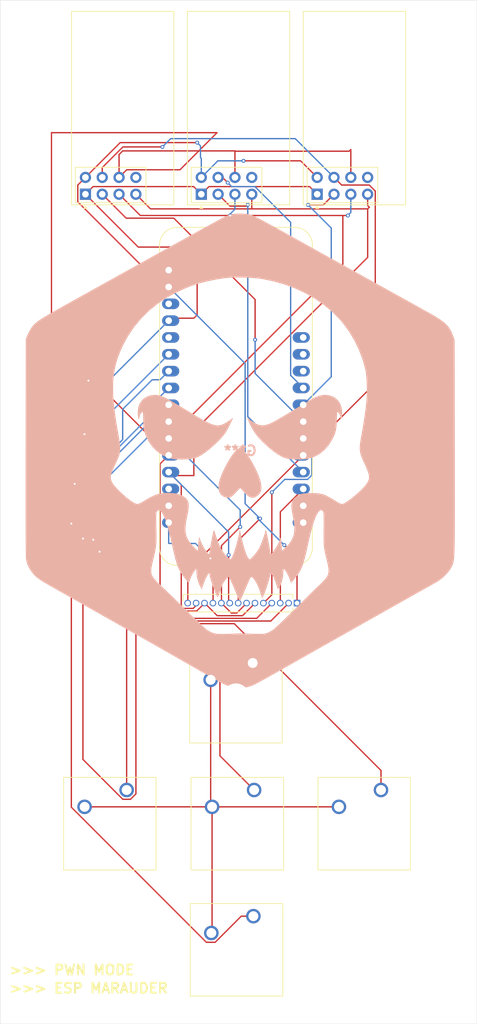
<source format=kicad_pcb>
(kicad_pcb (version 20241229) (generator "pcbnew") (generator_version "9.0")
  (layers (0 "F.Cu" signal) (2 "B.Cu" signal) (13 "F.Paste" user) (15 "B.Paste" user) (5 "F.SilkS" user "F.Silkscreen") (7 "B.SilkS" user "B.Silkscreen") (1 "F.Mask" user) (3 "B.Mask" user) (25 "Edge.Cuts" user))
  (net 0 "")
  (net 1 "Net-(A1-A7{slash}IO32)")
  (net 2 "Net-(A1-DAC1{slash}A1)")
  (net 4 "Net-(A1-IO21)")
  (net 5 "Net-(A1-A8{slash}IO15)")
  (net 6 "Net-(A1-MOSI{slash}IO18)")
  (net 8 "Net-(A1-A10{slash}IO27)")
  (net 9 "Net-(A1-A6{slash}IO14)")
  (net 12 "Net-(A1-~{RESET})")
  (net 13 "Net-(A1-A11{slash}IO12)")
  (net 14 "Net-(A1-IO4{slash}A5)")
  (net 15 "Net-(A1-I39{slash}A3)")
  (net 16 "Net-(A1-IO36{slash}A4)")
  (net 17 "Net-(A1-MISO{slash}IO19)")
  (net 19 "Net-(A1-A12{slash}IO13)")
  (net 21 "Net-(A1-SCK{slash}IO5)")
  (net 24 "Net-(A1-GND)")
  (net 25 "Net-(A1-3V3)")
  (net 26 "Net-(A1-I34{slash}A2)")
  (net 29 "Net-(SW1-Pad2)")
  (footprint "Button_Switch_Keyboard:SW_Cherry_MX_1.00u_PCB" (layer "F.Cu") (at 101.64 119.04)
    (property "Reference" "SW4" (hide yes))
    (property "Value" "SW_Push")
    (pad "" np_thru_hole circle (at -7.62 5.08) (size 1.7 1.7) (drill 1.7) (layers "*.Cu" "*.Mask"))
    (pad "" np_thru_hole circle (at -2.54 5.08) (size 4 4) (drill 4) (layers "*.Cu" "*.Mask"))
    (pad "" np_thru_hole circle (at 2.54 5.08) (size 1.7 1.7) (drill 1.7) (layers "*.Cu" "*.Mask"))
    (pad "1" thru_hole circle (at 0 0) (size 2.2 2.2) (drill 1.5) (layers "*.Cu" "*.Mask") (net 16 "Net-(A1-IO36{slash}A4)"))
    (pad "2" thru_hole circle (at -6.35 2.54) (size 2.2 2.2) (drill 1.5) (layers "*.Cu" "*.Mask") (net 29 "Net-(SW1-Pad2)"))
  )
  (footprint "RF_Module:nRF24L01_Breakout" (layer "F.Cu") (at 111.375 48.2895 90)
    (property "Reference" "U3" (hide yes))
    (property "Value" "NRF24L01_Breakout")
    (pad "1" thru_hole rect (at 0 0 90) (size 1.7 1.7) (drill 1) (layers "*.Cu" "*.Mask") (net 24 "Net-(A1-GND)"))
    (pad "2" thru_hole circle (at 2.54 0 90) (size 1.7 1.7) (drill 1) (layers "*.Cu" "*.Mask") (net 25 "Net-(A1-3V3)"))
    (pad "3" thru_hole circle (at 0 2.54 90) (size 1.7 1.7) (drill 1) (layers "*.Cu" "*.Mask") (net 13 "Net-(A1-A11{slash}IO12)"))
    (pad "4" thru_hole circle (at 2.54 2.54 90) (size 1.7 1.7) (drill 1) (layers "*.Cu" "*.Mask") (net 5 "Net-(A1-A8{slash}IO15)"))
    (pad "5" thru_hole circle (at 0 5.08 90) (size 1.7 1.7) (drill 1) (layers "*.Cu" "*.Mask") (net 21 "Net-(A1-SCK{slash}IO5)"))
    (pad "6" thru_hole circle (at 2.54 5.08 90) (size 1.7 1.7) (drill 1) (layers "*.Cu" "*.Mask") (net 6 "Net-(A1-MOSI{slash}IO18)"))
    (pad "7" thru_hole circle (at 0 7.62 90) (size 1.7 1.7) (drill 1) (layers "*.Cu" "*.Mask") (net 17 "Net-(A1-MISO{slash}IO19)"))
    (pad "8" thru_hole circle (at 2.54 7.62 90) (size 1.7 1.7) (drill 1) (layers "*.Cu" "*.Mask"))
  )
  (footprint "Module:Adafruit_Feather" (layer "F.Cu") (at 88.9475 59.75)
    (property "Reference" "A1" (hide yes))
    (property "Value" "Adafruit_Feather_HUZZAH32_ESP32")
    (pad "1" thru_hole roundrect (at 0 0) (size 2.6 1.6) (drill 1 (offset 0.3 0)) (layers "*.Cu" "*.Mask") (roundrect_rratio 0.15625) (net 12 "Net-(A1-~{RESET})"))
    (pad "2" thru_hole oval (at 0 2.54) (size 2.6 1.6) (drill 1 (offset 0.3 0)) (layers "*.Cu" "*.Mask") (net 25 "Net-(A1-3V3)"))
    (pad "3" thru_hole oval (at 0 5.08) (size 2.6 1.6) (drill 1 (offset 0.3 0)) (layers "*.Cu" "*.Mask"))
    (pad "4" thru_hole oval (at 0 7.62) (size 2.6 1.6) (drill 1 (offset 0.3 0)) (layers "*.Cu" "*.Mask") (net 24 "Net-(A1-GND)"))
    (pad "5" thru_hole oval (at 0 10.16) (size 2.6 1.6) (drill 1 (offset 0.3 0)) (layers "*.Cu" "*.Mask"))
    (pad "6" thru_hole oval (at 0 12.7) (size 2.6 1.6) (drill 1 (offset 0.3 0)) (layers "*.Cu" "*.Mask") (net 2 "Net-(A1-DAC1{slash}A1)"))
    (pad "7" thru_hole oval (at 0 15.24) (size 2.6 1.6) (drill 1 (offset 0.3 0)) (layers "*.Cu" "*.Mask") (net 26 "Net-(A1-I34{slash}A2)"))
    (pad "8" thru_hole oval (at 0 17.78) (size 2.6 1.6) (drill 1 (offset 0.3 0)) (layers "*.Cu" "*.Mask") (net 15 "Net-(A1-I39{slash}A3)"))
    (pad "9" thru_hole oval (at 0 20.32) (size 2.6 1.6) (drill 1 (offset 0.3 0)) (layers "*.Cu" "*.Mask") (net 16 "Net-(A1-IO36{slash}A4)"))
    (pad "10" thru_hole oval (at 0 22.86) (size 2.6 1.6) (drill 1 (offset 0.3 0)) (layers "*.Cu" "*.Mask") (net 14 "Net-(A1-IO4{slash}A5)"))
    (pad "11" thru_hole oval (at 0 25.4) (size 2.6 1.6) (drill 1 (offset 0.3 0)) (layers "*.Cu" "*.Mask") (net 21 "Net-(A1-SCK{slash}IO5)"))
    (pad "12" thru_hole oval (at 0 27.94) (size 2.6 1.6) (drill 1 (offset 0.3 0)) (layers "*.Cu" "*.Mask") (net 6 "Net-(A1-MOSI{slash}IO18)"))
    (pad "13" thru_hole oval (at 0 30.48) (size 2.6 1.6) (drill 1 (offset 0.3 0)) (layers "*.Cu" "*.Mask") (net 17 "Net-(A1-MISO{slash}IO19)"))
    (pad "14" thru_hole oval (at 0 33.02) (size 2.6 1.6) (drill 1 (offset 0.3 0)) (layers "*.Cu" "*.Mask"))
    (pad "15" thru_hole oval (at 0 35.56) (size 2.6 1.6) (drill 1 (offset 0.3 0)) (layers "*.Cu" "*.Mask"))
    (pad "16" thru_hole oval (at 0 38.1) (size 2.6 1.6) (drill 1 (offset 0.3 0)) (layers "*.Cu" "*.Mask") (net 4 "Net-(A1-IO21)"))
    (pad "17" thru_hole oval (at 20.32 38.1 180) (size 2.6 1.6) (drill 1 (offset 0.3 0)) (layers "*.Cu" "*.Mask"))
    (pad "18" thru_hole oval (at 20.32 35.56 180) (size 2.6 1.6) (drill 1 (offset 0.3 0)) (layers "*.Cu" "*.Mask"))
    (pad "19" thru_hole oval (at 20.32 33.02 180) (size 2.6 1.6) (drill 1 (offset 0.3 0)) (layers "*.Cu" "*.Mask") (net 9 "Net-(A1-A6{slash}IO14)"))
    (pad "20" thru_hole oval (at 20.32 30.48 180) (size 2.6 1.6) (drill 1 (offset 0.3 0)) (layers "*.Cu" "*.Mask") (net 1 "Net-(A1-A7{slash}IO32)"))
    (pad "21" thru_hole oval (at 20.32 27.94 180) (size 2.6 1.6) (drill 1 (offset 0.3 0)) (layers "*.Cu" "*.Mask") (net 5 "Net-(A1-A8{slash}IO15)"))
    (pad "22" thru_hole oval (at 20.32 25.4 180) (size 2.6 1.6) (drill 1 (offset 0.3 0)) (layers "*.Cu" "*.Mask"))
    (pad "23" thru_hole oval (at 20.32 22.86 180) (size 2.6 1.6) (drill 1 (offset 0.3 0)) (layers "*.Cu" "*.Mask") (net 8 "Net-(A1-A10{slash}IO27)"))
    (pad "24" thru_hole oval (at 20.32 20.32 180) (size 2.6 1.6) (drill 1 (offset 0.3 0)) (layers "*.Cu" "*.Mask") (net 13 "Net-(A1-A11{slash}IO12)"))
    (pad "25" thru_hole oval (at 20.32 17.78 180) (size 2.6 1.6) (drill 1 (offset 0.3 0)) (layers "*.Cu" "*.Mask") (net 19 "Net-(A1-A12{slash}IO13)"))
    (pad "26" thru_hole oval (at 20.32 15.24 180) (size 2.6 1.6) (drill 1 (offset 0.3 0)) (layers "*.Cu" "*.Mask"))
    (pad "27" thru_hole oval (at 20.32 12.7 180) (size 2.6 1.6) (drill 1 (offset 0.3 0)) (layers "*.Cu" "*.Mask"))
    (pad "28" thru_hole oval (at 20.32 10.16 180) (size 2.6 1.6) (drill 1 (offset 0.3 0)) (layers "*.Cu" "*.Mask"))
  )
  (footprint "Connector_PinSocket_1.27mm:PinSocket_1x14_P1.27mm_Vertical" (layer "F.Cu") (at 108.33 110 -90)
    (property "Reference" "J1" (hide yes))
    (property "Value" "Conn_01x14_Pin")
    (pad "1" thru_hole rect (at 0 0 270) (size 1 1) (drill 0.7) (layers "*.Cu" "*.Mask") (net 25 "Net-(A1-3V3)"))
    (pad "2" thru_hole circle (at 0 1.27 270) (size 1 1) (drill 0.7) (layers "*.Cu" "*.Mask") (net 24 "Net-(A1-GND)"))
    (pad "3" thru_hole circle (at 0 2.54 270) (size 1 1) (drill 0.7) (layers "*.Cu" "*.Mask") (net 9 "Net-(A1-A6{slash}IO14)"))
    (pad "4" thru_hole circle (at 0 3.81 270) (size 1 1) (drill 0.7) (layers "*.Cu" "*.Mask") (net 12 "Net-(A1-~{RESET})"))
    (pad "5" thru_hole circle (at 0 5.08 270) (size 1 1) (drill 0.7) (layers "*.Cu" "*.Mask") (net 8 "Net-(A1-A10{slash}IO27)"))
    (pad "6" thru_hole circle (at 0 6.35 270) (size 1 1) (drill 0.7) (layers "*.Cu" "*.Mask") (net 6 "Net-(A1-MOSI{slash}IO18)"))
    (pad "7" thru_hole circle (at 0 7.62 270) (size 1 1) (drill 0.7) (layers "*.Cu" "*.Mask") (net 21 "Net-(A1-SCK{slash}IO5)"))
    (pad "8" thru_hole circle (at 0 8.89 270) (size 1 1) (drill 0.7) (layers "*.Cu" "*.Mask") (net 25 "Net-(A1-3V3)"))
    (pad "9" thru_hole circle (at 0 10.16 270) (size 1 1) (drill 0.7) (layers "*.Cu" "*.Mask") (net 17 "Net-(A1-MISO{slash}IO19)"))
    (pad "10" thru_hole circle (at 0 11.43 270) (size 1 1) (drill 0.7) (layers "*.Cu" "*.Mask") (net 21 "Net-(A1-SCK{slash}IO5)"))
    (pad "11" thru_hole circle (at 0 12.7 270) (size 1 1) (drill 0.7) (layers "*.Cu" "*.Mask") (net 4 "Net-(A1-IO21)"))
    (pad "12" thru_hole circle (at 0 13.97 270) (size 1 1) (drill 0.7) (layers "*.Cu" "*.Mask") (net 6 "Net-(A1-MOSI{slash}IO18)"))
    (pad "13" thru_hole circle (at 0 15.24 270) (size 1 1) (drill 0.7) (layers "*.Cu" "*.Mask") (net 17 "Net-(A1-MISO{slash}IO19)"))
    (pad "14" thru_hole circle (at 0 16.51 270) (size 1 1) (drill 0.7) (layers "*.Cu" "*.Mask") (net 5 "Net-(A1-A8{slash}IO15)"))
  )
  (footprint "RF_Module:nRF24L01_Breakout" (layer "F.Cu") (at 76.375 48.2895 90)
    (property "Reference" "U1" (hide yes))
    (property "Value" "NRF24L01_Breakout")
    (pad "1" thru_hole rect (at 0 0 90) (size 1.7 1.7) (drill 1) (layers "*.Cu" "*.Mask") (net 24 "Net-(A1-GND)"))
    (pad "2" thru_hole circle (at 2.54 0 90) (size 1.7 1.7) (drill 1) (layers "*.Cu" "*.Mask") (net 25 "Net-(A1-3V3)"))
    (pad "3" thru_hole circle (at 0 2.54 90) (size 1.7 1.7) (drill 1) (layers "*.Cu" "*.Mask") (net 8 "Net-(A1-A10{slash}IO27)"))
    (pad "4" thru_hole circle (at 2.54 2.54 90) (size 1.7 1.7) (drill 1) (layers "*.Cu" "*.Mask") (net 5 "Net-(A1-A8{slash}IO15)"))
    (pad "5" thru_hole circle (at 0 5.08 90) (size 1.7 1.7) (drill 1) (layers "*.Cu" "*.Mask") (net 21 "Net-(A1-SCK{slash}IO5)"))
    (pad "6" thru_hole circle (at 2.54 5.08 90) (size 1.7 1.7) (drill 1) (layers "*.Cu" "*.Mask") (net 6 "Net-(A1-MOSI{slash}IO18)"))
    (pad "7" thru_hole circle (at 0 7.62 90) (size 1.7 1.7) (drill 1) (layers "*.Cu" "*.Mask") (net 17 "Net-(A1-MISO{slash}IO19)"))
    (pad "8" thru_hole circle (at 2.54 7.62 90) (size 1.7 1.7) (drill 1) (layers "*.Cu" "*.Mask"))
  )
  (footprint "Button_Switch_Keyboard:SW_Cherry_MX_1.00u_PCB" (layer "F.Cu") (at 121.01 138.21)
    (property "Reference" "SW5" (hide yes))
    (property "Value" "SW_Push")
    (pad "" np_thru_hole circle (at -7.62 5.08) (size 1.7 1.7) (drill 1.7) (layers "*.Cu" "*.Mask"))
    (pad "" np_thru_hole circle (at -2.54 5.08) (size 4 4) (drill 4) (layers "*.Cu" "*.Mask"))
    (pad "" np_thru_hole circle (at 2.54 5.08) (size 1.7 1.7) (drill 1.7) (layers "*.Cu" "*.Mask"))
    (pad "1" thru_hole circle (at 0 0) (size 2.2 2.2) (drill 1.5) (layers "*.Cu" "*.Mask") (net 2 "Net-(A1-DAC1{slash}A1)"))
    (pad "2" thru_hole circle (at -6.35 2.54) (size 2.2 2.2) (drill 1.5) (layers "*.Cu" "*.Mask") (net 29 "Net-(SW1-Pad2)"))
  )
  (footprint "Button_Switch_Keyboard:SW_Cherry_MX_1.00u_PCB" (layer "F.Cu") (at 101.74 157.25)
    (property "Reference" "SW3" (hide yes))
    (property "Value" "SW_Push")
    (pad "" np_thru_hole circle (at -7.62 5.08) (size 1.7 1.7) (drill 1.7) (layers "*.Cu" "*.Mask"))
    (pad "" np_thru_hole circle (at -2.54 5.08) (size 4 4) (drill 4) (layers "*.Cu" "*.Mask"))
    (pad "" np_thru_hole circle (at 2.54 5.08) (size 1.7 1.7) (drill 1.7) (layers "*.Cu" "*.Mask"))
    (pad "1" thru_hole circle (at 0 0) (size 2.2 2.2) (drill 1.5) (layers "*.Cu" "*.Mask") (net 26 "Net-(A1-I34{slash}A2)"))
    (pad "2" thru_hole circle (at -6.35 2.54) (size 2.2 2.2) (drill 1.5) (layers "*.Cu" "*.Mask") (net 29 "Net-(SW1-Pad2)"))
  )
  (footprint "Button_Switch_Keyboard:SW_Cherry_MX_1.00u_PCB" (layer "F.Cu") (at 101.85 138.21)
    (property "Reference" "SW1" (hide yes))
    (property "Value" "SW_Push")
    (pad "" np_thru_hole circle (at -7.62 5.08) (size 1.7 1.7) (drill 1.7) (layers "*.Cu" "*.Mask"))
    (pad "" np_thru_hole circle (at -2.54 5.08) (size 4 4) (drill 4) (layers "*.Cu" "*.Mask"))
    (pad "" np_thru_hole circle (at 2.54 5.08) (size 1.7 1.7) (drill 1.7) (layers "*.Cu" "*.Mask"))
    (pad "1" thru_hole circle (at 0 0) (size 2.2 2.2) (drill 1.5) (layers "*.Cu" "*.Mask") (net 15 "Net-(A1-I39{slash}A3)"))
    (pad "2" thru_hole circle (at -6.35 2.54) (size 2.2 2.2) (drill 1.5) (layers "*.Cu" "*.Mask") (net 29 "Net-(SW1-Pad2)"))
  )
  (footprint "Button_Switch_Keyboard:SW_Cherry_MX_1.00u_PCB" (layer "F.Cu") (at 82.6 138.21)
    (property "Reference" "SW2" (hide yes))
    (property "Value" "SW_Push")
    (pad "" np_thru_hole circle (at -7.62 5.08) (size 1.7 1.7) (drill 1.7) (layers "*.Cu" "*.Mask"))
    (pad "" np_thru_hole circle (at -2.54 5.08) (size 4 4) (drill 4) (layers "*.Cu" "*.Mask"))
    (pad "" np_thru_hole circle (at 2.54 5.08) (size 1.7 1.7) (drill 1.7) (layers "*.Cu" "*.Mask"))
    (pad "1" thru_hole circle (at 0 0) (size 2.2 2.2) (drill 1.5) (layers "*.Cu" "*.Mask") (net 14 "Net-(A1-IO4{slash}A5)"))
    (pad "2" thru_hole circle (at -6.35 2.54) (size 2.2 2.2) (drill 1.5) (layers "*.Cu" "*.Mask") (net 29 "Net-(SW1-Pad2)"))
  )
  (footprint "RF_Module:nRF24L01_Breakout" (layer "F.Cu") (at 93.875 48.2895 90)
    (property "Reference" "U2" (hide yes))
    (property "Value" "NRF24L01_Breakout")
    (pad "1" thru_hole rect (at 0 0 90) (size 1.7 1.7) (drill 1) (layers "*.Cu" "*.Mask") (net 24 "Net-(A1-GND)"))
    (pad "2" thru_hole circle (at 2.54 0 90) (size 1.7 1.7) (drill 1) (layers "*.Cu" "*.Mask") (net 25 "Net-(A1-3V3)"))
    (pad "3" thru_hole circle (at 0 2.54 90) (size 1.7 1.7) (drill 1) (layers "*.Cu" "*.Mask") (net 1 "Net-(A1-A7{slash}IO32)"))
    (pad "4" thru_hole circle (at 2.54 2.54 90) (size 1.7 1.7) (drill 1) (layers "*.Cu" "*.Mask") (net 19 "Net-(A1-A12{slash}IO13)"))
    (pad "5" thru_hole circle (at 0 5.08 90) (size 1.7 1.7) (drill 1) (layers "*.Cu" "*.Mask") (net 21 "Net-(A1-SCK{slash}IO5)"))
    (pad "6" thru_hole circle (at 2.54 5.08 90) (size 1.7 1.7) (drill 1) (layers "*.Cu" "*.Mask") (net 6 "Net-(A1-MOSI{slash}IO18)"))
    (pad "7" thru_hole circle (at 0 7.62 90) (size 1.7 1.7) (drill 1) (layers "*.Cu" "*.Mask") (net 17 "Net-(A1-MISO{slash}IO19)"))
    (pad "8" thru_hole circle (at 2.54 7.62 90) (size 1.7 1.7) (drill 1) (layers "*.Cu" "*.Mask"))
  )
  (footprint "LOGO" (layer "B.Cu") (at 99.75 87 180)
    (property "Reference" "G***" (at 0 0 0) (layer "B.SilkS") (effects (font (size 1.5 1.5) (thickness 0.3)) (justify mirror)))
    (property "Value" "LOGO" (hide yes))
  )
  (gr_rect (start 63.5 19) (end 135.5 173.5) (stroke (width 0.05)) (fill no) (layer "Edge.Cuts"))
  (gr_text ">>> ESP MARAUDER" (at 64.75 169 0) (layer "F.SilkS") (effects (font (size 1.5 1.5) (thickness 0.3) (bold yes)) (justify left bottom)))
  (gr_text ">>> PWN MODE" (at 64.75 166.25 0) (layer "F.SilkS") (effects (font (size 1.5 1.5) (thickness 0.3) (bold yes)) (justify left bottom)))
  (segment (start 100.692217 50.084) (end 100.895 49.881217) (width 0.2) (layer "F.Cu") (net 1))
  (segment (start 98.2095 50.084) (end 100.692217 50.084) (width 0.2) (layer "F.Cu") (net 1))
  (segment (start 96.415 48.2895) (end 98.2095 50.084) (width 0.2) (layer "F.Cu") (net 1))
  (via (at 100.895 49.881217) (size 0.6) (drill 0.3) (layers "F.Cu" "B.Cu") (net 1))
  (segment (start 100.895 49.881217) (end 100.895 81.8575) (width 0.2) (layer "B.Cu") (net 1))
  (segment (start 100.895 81.8575) (end 109.2675 90.23) (width 0.2) (layer "B.Cu") (net 1))
  (segment (start 121.01 135.26) (end 98.854 113.104) (width 0.2) (layer "F.Cu") (net 2))
  (segment (start 91.0736 113.104) (end 74.75 96.7804) (width 0.2) (layer "F.Cu") (net 2))
  (segment (start 98.854 113.104) (end 91.0736 113.104) (width 0.2) (layer "F.Cu") (net 2))
  (segment (start 121.01 138.21) (end 121.01 135.26) (width 0.2) (layer "F.Cu") (net 2))
  (segment (start 74.75 96.7804) (end 74.75 92) (width 0.2) (layer "F.Cu") (net 2))
  (via (at 74.75 92) (size 0.6) (drill 0.3) (layers "F.Cu" "B.Cu") (net 2))
  (segment (start 76.830485 89.919515) (end 76.830485 84.567015) (width 0.2) (layer "B.Cu") (net 2))
  (segment (start 74.75 92) (end 76.830485 89.919515) (width 0.2) (layer "B.Cu") (net 2))
  (segment (start 76.830485 84.567015) (end 88.9475 72.45) (width 0.2) (layer "B.Cu") (net 2))
  (segment (start 95.65 103.65) (end 95.25 103.25) (width 0.2) (layer "F.Cu") (net 4))
  (segment (start 95.65 110) (end 95.65 103.65) (width 0.2) (layer "F.Cu") (net 4))
  (via (at 95.25 103.25) (size 0.6) (drill 0.3) (layers "F.Cu" "B.Cu") (net 4))
  (segment (start 93 101) (end 89 101) (width 0.2) (layer "B.Cu") (net 4))
  (segment (start 88.9475 100.9475) (end 88.9475 97.85) (width 0.2) (layer "B.Cu") (net 4))
  (segment (start 95.25 103.25) (end 93 101) (width 0.2) (layer "B.Cu") (net 4))
  (segment (start 89 101) (end 88.9475 100.9475) (width 0.2) (layer "B.Cu") (net 4))
  (segment (start 119.23376 46.9005) (end 120.146 47.81274) (width 0.2) (layer "F.Cu") (net 5))
  (segment (start 91.84 110) (end 91.84 105.1175) (width 0.2) (layer "F.Cu") (net 5))
  (segment (start 115.066 46.9005) (end 119.23376 46.9005) (width 0.2) (layer "F.Cu") (net 5))
  (segment (start 78.915 44.2679) (end 82.0329 41.15) (width 0.2) (layer "F.Cu") (net 5))
  (segment (start 113.915 45.7495) (end 115.066 46.9005) (width 0.2) (layer "F.Cu") (net 5))
  (segment (start 78.915 45.7495) (end 78.915 44.2679) (width 0.2) (layer "F.Cu") (net 5))
  (segment (start 120.146 76.8115) (end 109.2675 87.69) (width 0.2) (layer "F.Cu") (net 5))
  (segment (start 120.146 47.81274) (end 120.146 76.8115) (width 0.2) (layer "F.Cu") (net 5))
  (segment (start 82.0329 41.15) (end 88 41.15) (width 0.2) (layer "F.Cu") (net 5))
  (segment (start 91.84 105.1175) (end 109.2675 87.69) (width 0.2) (layer "F.Cu") (net 5))
  (via (at 88 41.15) (size 0.6) (drill 0.3) (layers "F.Cu" "B.Cu") (net 5))
  (segment (start 108.0645 39.899) (end 113.915 45.7495) (width 0.2) (layer "B.Cu") (net 5))
  (segment (start 89.251 39.899) (end 108.0645 39.899) (width 0.2) (layer "B.Cu") (net 5))
  (segment (start 88 41.15) (end 89.251 39.899) (width 0.2) (layer "B.Cu") (net 5))
  (segment (start 116.455 41.545) (end 116.455 45.7495) (width 0.2) (layer "F.Cu") (net 6))
  (segment (start 98.955 41.795) (end 116.205 41.795) (width 0.2) (layer "F.Cu") (net 6))
  (segment (start 96.281 111.901) (end 94.38 110) (width 0.2) (layer "F.Cu") (net 6))
  (segment (start 90.6515 44.5985) (end 96.25 39) (width 0.2) (layer "F.Cu") (net 6))
  (segment (start 102 110) (end 100.099 111.901) (width 0.2) (layer "F.Cu") (net 6))
  (segment (start 71.25 69.9925) (end 88.9475 87.69) (width 0.2) (layer "F.Cu") (net 6))
  (segment (start 94.38 110) (end 93.178 111.202) (width 0.2) (layer "F.Cu") (net 6))
  (segment (start 81.455 45.7495) (end 82.606 44.5985) (width 0.2) (layer "F.Cu") (net 6))
  (segment (start 100.099 111.901) (end 96.281 111.901) (width 0.2) (layer "F.Cu") (net 6))
  (segment (start 96.25 39) (end 71.25 39) (width 0.2) (layer "F.Cu") (net 6))
  (segment (start 98.955 45.7495) (end 98.955 41.795) (width 0.2) (layer "F.Cu") (net 6))
  (segment (start 71.25 39) (end 71.25 69.9925) (width 0.2) (layer "F.Cu") (net 6))
  (segment (start 90.8729 111.202) (end 87.6465 107.9756) (width 0.2) (layer "F.Cu") (net 6))
  (segment (start 81.455 42.295) (end 82 41.75) (width 0.2) (layer "F.Cu") (net 6))
  (segment (start 116.205 41.795) (end 116.455 41.545) (width 0.2) (layer "F.Cu") (net 6))
  (segment (start 81.455 45.7495) (end 81.455 42.295) (width 0.2) (layer "F.Cu") (net 6))
  (segment (start 93.178 111.202) (end 90.8729 111.202) (width 0.2) (layer "F.Cu") (net 6))
  (segment (start 82.606 44.5985) (end 90.6515 44.5985) (width 0.2) (layer "F.Cu") (net 6))
  (segment (start 98.955 41.795) (end 99 41.75) (width 0.2) (layer "F.Cu") (net 6))
  (segment (start 82 41.75) (end 99 41.75) (width 0.2) (layer "F.Cu") (net 6))
  (segment (start 87.6465 107.9756) (end 87.6465 88.991) (width 0.2) (layer "F.Cu") (net 6))
  (segment (start 87.6465 88.991) (end 88.9475 87.69) (width 0.2) (layer "F.Cu") (net 6))
  (segment (start 104.528015 108.741985) (end 104.528015 93.278015) (width 0.2) (layer "F.Cu") (net 8))
  (segment (start 103.27 110) (end 104.528015 108.741985) (width 0.2) (layer "F.Cu") (net 8))
  (segment (start 78.915 48.2895) (end 82.5265 51.901) (width 0.2) (layer "F.Cu") (net 8))
  (segment (start 102 64.1829) (end 102 70.25) (width 0.2) (layer "F.Cu") (net 8))
  (segment (start 89.7181 51.901) (end 102 64.1829) (width 0.2) (layer "F.Cu") (net 8))
  (segment (start 82.5265 51.901) (end 89.7181 51.901) (width 0.2) (layer "F.Cu") (net 8))
  (via (at 102 70.25) (size 0.6) (drill 0.3) (layers "F.Cu" "B.Cu") (net 8))
  (via (at 104.528015 93.278015) (size 0.6) (drill 0.3) (layers "F.Cu" "B.Cu") (net 8))
  (segment (start 102 75.3425) (end 109.2675 82.61) (width 0.2) (layer "B.Cu") (net 8))
  (segment (start 102 70.25) (end 102 75.3425) (width 0.2) (layer "B.Cu") (net 8))
  (segment (start 110.5685 83.911) (end 109.2675 82.61) (width 0.2) (layer "B.Cu") (net 8))
  (segment (start 109.923549 91.331) (end 110.5685 90.686049) (width 0.2) (layer "B.Cu") (net 8))
  (segment (start 106.47503 91.331) (end 109.923549 91.331) (width 0.2) (layer "B.Cu") (net 8))
  (segment (start 110.5685 90.686049) (end 110.5685 83.911) (width 0.2) (layer "B.Cu") (net 8))
  (segment (start 104.528015 93.278015) (end 106.47503 91.331) (width 0.2) (layer "B.Cu") (net 8))
  (segment (start 105.81 110) (end 105.81 96.2275) (width 0.2) (layer "F.Cu") (net 9))
  (segment (start 105.81 96.2275) (end 109.2675 92.77) (width 0.2) (layer "F.Cu") (net 9))
  (segment (start 76.829485 97.725685) (end 76.829485 76.420515) (width 0.2) (layer "F.Cu") (net 12))
  (segment (start 104.54 110) (end 102.238 112.302) (width 0.2) (layer "F.Cu") (net 12))
  (segment (start 91.4058 112.302) (end 76.829485 97.725685) (width 0.2) (layer "F.Cu") (net 12))
  (segment (start 102.238 112.302) (end 91.4058 112.302) (width 0.2) (layer "F.Cu") (net 12))
  (via (at 76.829485 76.420515) (size 0.6) (drill 0.3) (layers "F.Cu" "B.Cu") (net 12))
  (segment (start 76.829485 71.868015) (end 88.9475 59.75) (width 0.2) (layer "B.Cu") (net 12))
  (segment (start 76.829485 76.420515) (end 76.829485 71.868015) (width 0.2) (layer "B.Cu") (net 12))
  (segment (start 113.915 48.2895) (end 112.3045 49.9) (width 0.2) (layer "F.Cu") (net 13))
  (segment (start 112.3045 49.9) (end 110 49.9) (width 0.2) (layer "F.Cu") (net 13))
  (via (at 110 49.9) (size 0.6) (drill 0.3) (layers "F.Cu" "B.Cu") (net 13))
  (segment (start 113.5 75.8375) (end 109.2675 80.07) (width 0.2) (layer "B.Cu") (net 13))
  (segment (start 110 49.9) (end 113.5 53.4) (width 0.2) (layer "B.Cu") (net 13))
  (segment (start 113.5 53.4) (end 113.5 75.8375) (width 0.2) (layer "B.Cu") (net 13))
  (segment (start 82.6 138.21) (end 82.6 106.32746) (width 0.2) (layer "F.Cu") (net 14))
  (segment (start 82.6 106.32746) (end 78.51127 102.23873) (width 0.2) (layer "F.Cu") (net 14))
  (via (at 78.51127 102.23873) (size 0.6) (drill 0.3) (layers "F.Cu" "B.Cu") (net 14))
  (segment (start 78.51127 92.23873) (end 88.14 82.61) (width 0.2) (layer "B.Cu") (net 14))
  (segment (start 88.14 82.61) (end 88.9475 82.61) (width 0.2) (layer "B.Cu") (net 14))
  (segment (start 78.51127 102.23873) (end 78.51127 92.23873) (width 0.2) (layer "B.Cu") (net 14))
  (segment (start 101.85 138.21) (end 96.691 133.051) (width 0.2) (layer "F.Cu") (net 15))
  (segment (start 84.001 138.790314) (end 83.180314 139.611) (width 0.2) (layer "F.Cu") (net 15))
  (segment (start 76 133.591314) (end 76 100.25) (width 0.2) (layer "F.Cu") (net 15))
  (segment (start 83.180314 139.611) (end 82.019686 139.611) (width 0.2) (layer "F.Cu") (net 15))
  (segment (start 82.019686 139.611) (end 76 133.591314) (width 0.2) (layer "F.Cu") (net 15))
  (segment (start 84.001 108.309686) (end 84.001 138.790314) (width 0.2) (layer "F.Cu") (net 15))
  (segment (start 96.691 133.051) (end 96.691 120.999686) (width 0.2) (layer "F.Cu") (net 15))
  (segment (start 96.691 120.999686) (end 84.001 108.309686) (width 0.2) (layer "F.Cu") (net 15))
  (via (at 76 100.25) (size 0.6) (drill 0.3) (layers "F.Cu" "B.Cu") (net 15))
  (segment (start 87.6465 78.831) (end 88.9475 77.53) (width 0.2) (layer "B.Cu") (net 15))
  (segment (start 87.6465 80.2377) (end 87.6465 78.831) (width 0.2) (layer "B.Cu") (net 15))
  (segment (start 76 100.25) (end 76 91.8842) (width 0.2) (layer "B.Cu") (net 15))
  (segment (start 76 91.8842) (end 87.6465 80.2377) (width 0.2) (layer "B.Cu") (net 15))
  (segment (start 96.16107 119.04) (end 77.560535 100.439465) (width 0.2) (layer "F.Cu") (net 16))
  (segment (start 101.64 119.04) (end 96.16107 119.04) (width 0.2) (layer "F.Cu") (net 16))
  (via (at 77.560535 100.439465) (size 0.6) (drill 0.3) (layers "F.Cu" "B.Cu") (net 16))
  (segment (start 88.68 80.07) (end 88.9475 80.07) (width 0.2) (layer "B.Cu") (net 16))
  (segment (start 77.560535 100.439465) (end 77.560535 91.189465) (width 0.2) (layer "B.Cu") (net 16))
  (segment (start 77.560535 91.189465) (end 88.68 80.07) (width 0.2) (layer "B.Cu") (net 16))
  (segment (start 119.25 50.25) (end 118.995 49.995) (width 0.2) (layer "F.Cu") (net 17))
  (segment (start 101.495 49.995) (end 101.495 48.2895) (width 0.2) (layer "F.Cu") (net 17))
  (segment (start 101.5 50) (end 101.495 49.995) (width 0.2) (layer "F.Cu") (net 17))
  (segment (start 91.039 110.801) (end 90.8485 110.6105) (width 0.2) (layer "F.Cu") (net 17))
  (segment (start 98 109.81) (end 98 102.75) (width 0.2) (layer "F.Cu") (net 17))
  (segment (start 119 57.820451) (end 92.75 84.070451) (width 0.2) (layer "F.Cu") (net 17))
  (segment (start 92.75 90.75) (end 89.4675 90.75) (width 0.2) (layer "F.Cu") (net 17))
  (segment (start 101.5 50.5) (end 101.5 50) (width 0.2) (layer "F.Cu") (net 17))
  (segment (start 89.4675 90.75) (end 88.9475 90.23) (width 0.2) (layer "F.Cu") (net 17))
  (segment (start 98.19 110) (end 98 109.81) (width 0.2) (layer "F.Cu") (net 17))
  (segment (start 92.641 110.801) (end 91.039 110.801) (width 0.2) (layer "F.Cu") (net 17))
  (segment (start 93.11 110.332) (end 92.641 110.801) (width 0.2) (layer "F.Cu") (net 17))
  (segment (start 90.8485 110.6105) (end 90.8485 92.131) (width 0.2) (layer "F.Cu") (net 17))
  (segment (start 86.2055 50.5) (end 101.5 50.5) (width 0.2) (layer "F.Cu") (net 17))
  (segment (start 119 50.5) (end 119.25 50.25) (width 0.2) (layer "F.Cu") (net 17))
  (segment (start 119 50.5) (end 119 57.820451) (width 0.2) (layer "F.Cu") (net 17))
  (segment (start 90.8485 92.131) (end 88.9475 90.23) (width 0.2) (layer "F.Cu") (net 17))
  (segment (start 101.5 50.5) (end 119 50.5) (width 0.2) (layer "F.Cu") (net 17))
  (segment (start 83.995 48.2895) (end 86.2055 50.5) (width 0.2) (layer "F.Cu") (net 17))
  (segment (start 92.75 84.070451) (end 92.75 90.75) (width 0.2) (layer "F.Cu") (net 17))
  (segment (start 93.11 110) (end 93.11 110.332) (width 0.2) (layer "F.Cu") (net 17))
  (segment (start 118.995 49.995) (end 118.995 48.2895) (width 0.2) (layer "F.Cu") (net 17))
  (via (at 98 102.75) (size 0.6) (drill 0.3) (layers "F.Cu" "B.Cu") (net 17))
  (segment (start 98 99.2825) (end 88.9475 90.23) (width 0.2) (layer "B.Cu") (net 17))
  (segment (start 98 102.75) (end 98 99.2825) (width 0.2) (layer "B.Cu") (net 17))
  (segment (start 97.070563 45.7495) (end 97.859563 46.5385) (width 0.2) (layer "F.Cu") (net 19))
  (segment (start 96.415 45.7495) (end 97.070563 45.7495) (width 0.2) (layer "F.Cu") (net 19))
  (via (at 97.859563 46.5385) (size 0.6) (drill 0.3) (layers "F.Cu" "B.Cu") (net 19))
  (segment (start 98.459563 47.1385) (end 101.97176 47.1385) (width 0.2) (layer "B.Cu") (net 19))
  (segment (start 107.3665 52.53324) (end 107.3665 75.629) (width 0.2) (layer "B.Cu") (net 19))
  (segment (start 101.97176 47.1385) (end 107.3665 52.53324) (width 0.2) (layer "B.Cu") (net 19))
  (segment (start 107.3665 75.629) (end 109.2675 77.53) (width 0.2) (layer "B.Cu") (net 19))
  (segment (start 97.859563 46.5385) (end 98.459563 47.1385) (width 0.2) (layer "B.Cu") (net 19))
  (segment (start 115.25 58.8475) (end 88.9475 85.15) (width 0.2) (layer "F.Cu") (net 21))
  (segment (start 96.92 101.33) (end 99.75 98.5) (width 0.2) (layer "F.Cu") (net 21))
  (segment (start 96.92 110) (end 96.92 101.33) (width 0.2) (layer "F.Cu") (net 21))
  (segment (start 81.455 48.2895) (end 84.6655 51.5) (width 0.2) (layer "F.Cu") (net 21))
  (segment (start 115.25 51.5) (end 116 51.5) (width 0.2) (layer "F.Cu") (net 21))
  (segment (start 98.25 51.5) (end 115.25 51.5) (width 0.2) (layer "F.Cu") (net 21))
  (segment (start 115.25 51.5) (end 115.25 58.8475) (width 0.2) (layer "F.Cu") (net 21))
  (segment (start 100.73 110) (end 99.23 111.5) (width 0.2) (layer "F.Cu") (net 21))
  (segment (start 99.23 111.5) (end 98.42 111.5) (width 0.2) (layer "F.Cu") (net 21))
  (segment (start 98.42 111.5) (end 96.92 110) (width 0.2) (layer "F.Cu") (net 21))
  (segment (start 84.6655 51.5) (end 98.25 51.5) (width 0.2) (layer "F.Cu") (net 21))
  (via (at 98.25 51.5) (size 0.6) (drill 0.3) (layers "F.Cu" "B.Cu") (net 21))
  (via (at 116 51.5) (size 0.6) (drill 0.3) (layers "F.Cu" "B.Cu") (net 21))
  (via (at 99.75 98.5) (size 0.6) (drill 0.3) (layers "F.Cu" "B.Cu") (net 21))
  (segment (start 116 51.5) (end 116.455 51.045) (width 0.2) (layer "B.Cu") (net 21))
  (segment (start 98.25 51.5) (end 98.25 51.25) (width 0.2) (layer "B.Cu") (net 21))
  (segment (start 99.75 98.5) (end 99.75 95.9525) (width 0.2) (layer "B.Cu") (net 21))
  (segment (start 116.455 51.045) (end 116.455 48.2895) (width 0.2) (layer "B.Cu") (net 21))
  (segment (start 98.955 50.545) (end 98.955 48.2895) (width 0.2) (layer "B.Cu") (net 21))
  (segment (start 99.75 95.9525) (end 88.9475 85.15) (width 0.2) (layer "B.Cu") (net 21))
  (segment (start 98.25 51.25) (end 98.955 50.545) (width 0.2) (layer "B.Cu") (net 21))
  (segment (start 95.026 47.1385) (end 93.875 48.2895) (width 0.2) (layer "F.Cu") (net 24))
  (segment (start 89.3175 67) (end 88.9475 67.37) (width 0.2) (layer "F.Cu") (net 24))
  (segment (start 92.75 67) (end 89.3175 67) (width 0.2) (layer "F.Cu") (net 24))
  (segment (start 92.724 47.1385) (end 77.526 47.1385) (width 0.2) (layer "F.Cu") (net 24))
  (segment (start 84.351 56.2655) (end 92.9845 56.2655) (width 0.2) (layer "F.Cu") (net 24))
  (segment (start 92.9845 56.2655) (end 93.25 56) (width 0.2) (layer "F.Cu") (net 24))
  (segment (start 76.375 48.2895) (end 84.351 56.2655) (width 0.2) (layer "F.Cu") (net 24))
  (segment (start 93.25 66.5) (end 92.75 67) (width 0.2) (layer "F.Cu") (net 24))
  (segment (start 107.08 110) (end 104.377 112.703) (width 0.2) (layer "F.Cu") (net 24))
  (segment (start 111.375 48.2895) (end 110.224 47.1385) (width 0.2) (layer "F.Cu") (net 24))
  (segment (start 104.377 112.703) (end 91.2397 112.703) (width 0.2) (layer "F.Cu") (net 24))
  (segment (start 93.25 56) (end 93.25 66.5) (width 0.2) (layer "F.Cu") (net 24))
  (segment (start 93.875 48.2895) (end 92.724 47.1385) (width 0.2) (layer "F.Cu") (net 24))
  (segment (start 91.2397 112.703) (end 76.229485 97.692785) (width 0.2) (layer "F.Cu") (net 24))
  (segment (start 77.526 47.1385) (end 76.375 48.2895) (width 0.2) (layer "F.Cu") (net 24))
  (segment (start 76.229485 97.692785) (end 76.229485 84.5) (width 0.2) (layer "F.Cu") (net 24))
  (segment (start 110.224 47.1385) (end 95.026 47.1385) (width 0.2) (layer "F.Cu") (net 24))
  (via (at 76.229485 84.5) (size 0.6) (drill 0.3) (layers "F.Cu" "B.Cu") (net 24))
  (segment (start 76.229485 80.088015) (end 88.9475 67.37) (width 0.2) (layer "B.Cu") (net 24))
  (segment (start 76.229485 84.5) (end 76.229485 80.088015) (width 0.2) (layer "B.Cu") (net 24))
  (segment (start 108.8755 43.25) (end 100.25 43.25) (width 0.2) (layer "F.Cu") (net 25))
  (segment (start 76.375 45.7495) (end 81.6245 40.5) (width 0.2) (layer "F.Cu") (net 25))
  (segment (start 75.224 46.9005) (end 75.224 49.4405) (width 0.2) (layer "F.Cu") (net 25))
  (segment (start 75.224 49.4405) (end 88.0735 62.29) (width 0.2) (layer "F.Cu") (net 25))
  (segment (start 76.375 45.7495) (end 75.224 46.9005) (width 0.2) (layer "F.Cu") (net 25))
  (segment (start 99.46 100.54) (end 102.75 97.25) (width 0.2) (layer "F.Cu") (net 25))
  (segment (start 99.46 110) (end 99.46 100.54) (width 0.2) (layer "F.Cu") (net 25))
  (segment (start 108.33 103.17) (end 106.41 101.25) (width 0.2) (layer "F.Cu") (net 25))
  (segment (start 108.33 110) (end 108.33 103.17) (width 0.2) (layer "F.Cu") (net 25))
  (segment (start 88.0735 62.29) (end 88.9475 62.29) (width 0.2) (layer "F.Cu") (net 25))
  (segment (start 111.375 45.7495) (end 108.8755 43.25) (width 0.2) (layer "F.Cu") (net 25))
  (segment (start 81.6245 40.5) (end 93.25 40.5) (width 0.2) (layer "F.Cu") (net 25))
  (via (at 102.75 97.25) (size 0.6) (drill 0.3) (layers "F.Cu" "B.Cu") (net 25))
  (via (at 100.25 43.25) (size 0.6) (drill 0.3) (layers "F.Cu" "B.Cu") (net 25))
  (via (at 106.41 101.25) (size 0.6) (drill 0.3) (layers "F.Cu" "B.Cu") (net 25))
  (via (at 93.25 40.5) (size 0.6) (drill 0.3) (layers "F.Cu" "B.Cu") (net 25))
  (segment (start 100.494 94.994) (end 100.494 73.8365) (width 0.2) (layer "B.Cu") (net 25))
  (segment (start 93.75 41) (end 93.75 42.75) (width 0.2) (layer "B.Cu") (net 25))
  (segment (start 102.375 96.875) (end 100.494 94.994) (width 0.2) (layer "B.Cu") (net 25))
  (segment (start 102.75 97.25) (end 102.375 96.875) (width 0.2) (layer "B.Cu") (net 25))
  (segment (start 106.41 101.25) (end 102.375 97.215) (width 0.2) (layer "B.Cu") (net 25))
  (segment (start 93.75 42.75) (end 93.875 42.875) (width 0.2) (layer "B.Cu") (net 25))
  (segment (start 100.25 43.25) (end 96.3745 43.25) (width 0.2) (layer "B.Cu") (net 25))
  (segment (start 93.875 42.875) (end 93.875 45.7495) (width 0.2) (layer "B.Cu") (net 25))
  (segment (start 102.375 97.215) (end 102.375 96.875) (width 0.2) (layer "B.Cu") (net 25))
  (segment (start 93.25 40.5) (end 93.75 41) (width 0.2) (layer "B.Cu") (net 25))
  (segment (start 100.494 73.8365) (end 88.9475 62.29) (width 0.2) (layer "B.Cu") (net 25))
  (segment (start 96.3745 43.25) (end 93.875 45.7495) (width 0.2) (layer "B.Cu") (net 25))
  (segment (start 74.25 140.804816) (end 74.25 98) (width 0.2) (layer "F.Cu") (net 26))
  (segment (start 95.970314 161.191) (end 94.636184 161.191) (width 0.2) (layer "F.Cu") (net 26))
  (segment (start 94.636184 161.191) (end 74.25 140.804816) (width 0.2) (layer "F.Cu") (net 26))
  (segment (start 99.911314 157.25) (end 95.970314 161.191) (width 0.2) (layer "F.Cu") (net 26))
  (segment (start 101.74 157.25) (end 99.911314 157.25) (width 0.2) (layer "F.Cu") (net 26))
  (via (at 74.25 98) (size 0.6) (drill 0.3) (layers "F.Cu" "B.Cu") (net 26))
  (segment (start 86.459 76.291) (end 87.6465 76.291) (width 0.2) (layer "B.Cu") (net 26))
  (segment (start 75.351 91.9661) (end 82 85.3171) (width 0.2) (layer "B.Cu") (net 26))
  (segment (start 74.25 98) (end 75.351 96.899) (width 0.2) (layer "B.Cu") (net 26))
  (segment (start 82 80.75) (end 86.459 76.291) (width 0.2) (layer "B.Cu") (net 26))
  (segment (start 82 85.3171) (end 82 80.75) (width 0.2) (layer "B.Cu") (net 26))
  (segment (start 87.6465 76.291) (end 88.9475 74.99) (width 0.2) (layer "B.Cu") (net 26))
  (segment (start 75.351 96.899) (end 75.351 91.9661) (width 0.2) (layer "B.Cu") (net 26))
  (segment (start 76.25 140.75) (end 95.5 140.75) (width 0.2) (layer "F.Cu") (net 29))
  (segment (start 114.66 140.75) (end 95.5 140.75) (width 0.2) (layer "F.Cu") (net 29))
  (segment (start 95.39 159.79) (end 95.5 159.68) (width 0.2) (layer "F.Cu") (net 29))
  (segment (start 95.5 159.68) (end 95.5 140.75) (width 0.2) (layer "F.Cu") (net 29))
  (segment (start 95.29 121.58) (end 95.29 140.54) (width 0.2) (layer "F.Cu") (net 29))
  (segment (start 95.29 140.54) (end 95.5 140.75) (width 0.2) (layer "F.Cu") (net 29))
)
</source>
